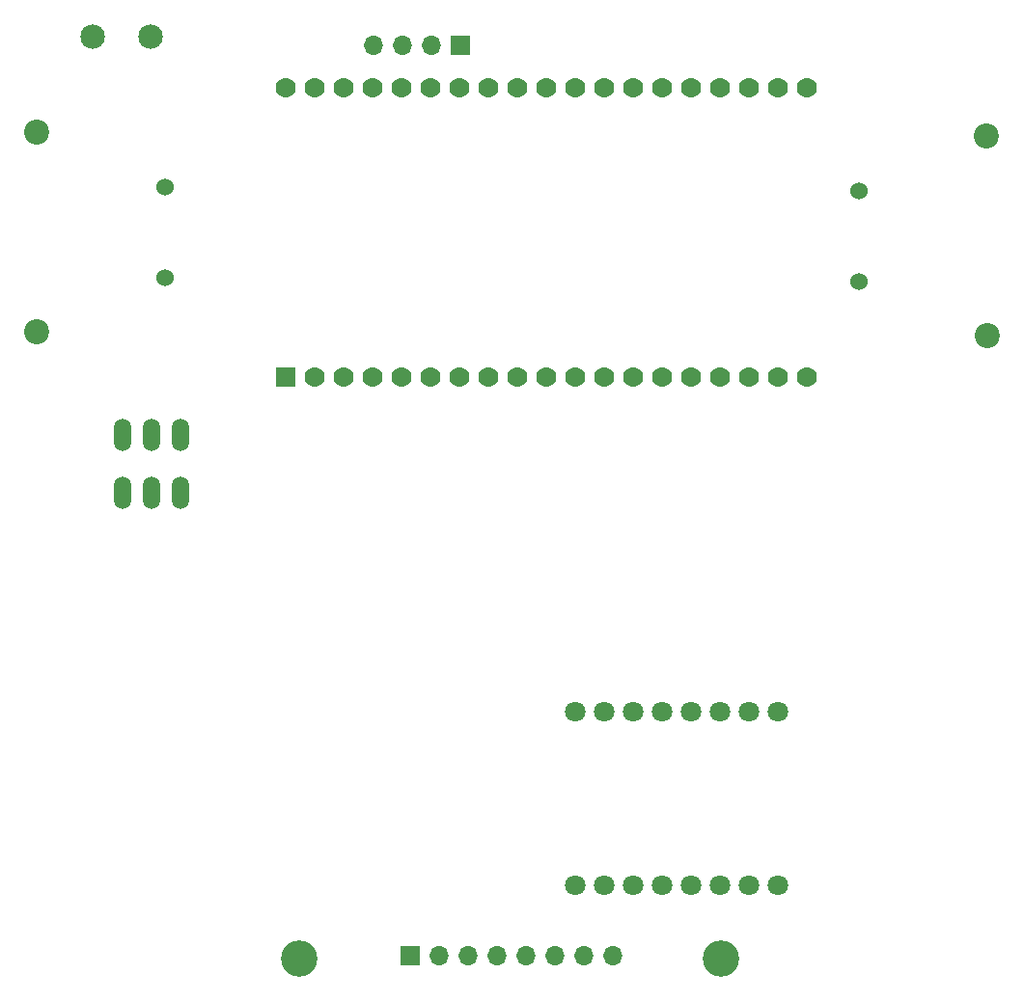
<source format=gbr>
%TF.GenerationSoftware,KiCad,Pcbnew,7.0.1*%
%TF.CreationDate,2023-10-29T13:19:35+05:30*%
%TF.ProjectId,MAZEBLAZE-V3,4d415a45-424c-4415-9a45-2d56332e6b69,rev?*%
%TF.SameCoordinates,Original*%
%TF.FileFunction,Soldermask,Bot*%
%TF.FilePolarity,Negative*%
%FSLAX46Y46*%
G04 Gerber Fmt 4.6, Leading zero omitted, Abs format (unit mm)*
G04 Created by KiCad (PCBNEW 7.0.1) date 2023-10-29 13:19:35*
%MOMM*%
%LPD*%
G01*
G04 APERTURE LIST*
G04 Aperture macros list*
%AMRoundRect*
0 Rectangle with rounded corners*
0 $1 Rounding radius*
0 $2 $3 $4 $5 $6 $7 $8 $9 X,Y pos of 4 corners*
0 Add a 4 corners polygon primitive as box body*
4,1,4,$2,$3,$4,$5,$6,$7,$8,$9,$2,$3,0*
0 Add four circle primitives for the rounded corners*
1,1,$1+$1,$2,$3*
1,1,$1+$1,$4,$5*
1,1,$1+$1,$6,$7*
1,1,$1+$1,$8,$9*
0 Add four rect primitives between the rounded corners*
20,1,$1+$1,$2,$3,$4,$5,0*
20,1,$1+$1,$4,$5,$6,$7,0*
20,1,$1+$1,$6,$7,$8,$9,0*
20,1,$1+$1,$8,$9,$2,$3,0*%
G04 Aperture macros list end*
%ADD10C,1.524000*%
%ADD11R,1.700000X1.700000*%
%ADD12O,1.700000X1.700000*%
%ADD13C,1.800000*%
%ADD14O,1.524000X2.844800*%
%ADD15C,2.200000*%
%ADD16C,3.200000*%
%ADD17C,2.153200*%
%ADD18RoundRect,0.102000X0.780000X-0.780000X0.780000X0.780000X-0.780000X0.780000X-0.780000X-0.780000X0*%
%ADD19C,1.764000*%
G04 APERTURE END LIST*
D10*
%TO.C,M2*%
X156740000Y-67970000D03*
X156740000Y-59970000D03*
%TD*%
D11*
%TO.C,J5*%
X117350000Y-127140000D03*
D12*
X119890000Y-127140000D03*
X122430000Y-127140000D03*
X124970000Y-127140000D03*
X127510000Y-127140000D03*
X130050000Y-127140000D03*
X132590000Y-127140000D03*
X135130000Y-127140000D03*
%TD*%
D11*
%TO.C,J2*%
X121770000Y-47200000D03*
D12*
X119230000Y-47200000D03*
X116690000Y-47200000D03*
X114150000Y-47200000D03*
%TD*%
D13*
%TO.C,U2*%
X131860000Y-120970000D03*
X134400000Y-120970000D03*
X136940000Y-120970000D03*
X139480000Y-120970000D03*
X142020000Y-120970000D03*
X144560000Y-120970000D03*
X147100000Y-120970000D03*
X149640000Y-120970000D03*
X149640000Y-105730000D03*
X147100000Y-105730000D03*
X144560000Y-105730000D03*
X142020000Y-105730000D03*
X139480000Y-105730000D03*
X136940000Y-105730000D03*
X134400000Y-105730000D03*
X131860000Y-105730000D03*
%TD*%
D14*
%TO.C,12V_SW1*%
X92150000Y-81460000D03*
X94690000Y-81460000D03*
X97230000Y-81460000D03*
X92150000Y-86540000D03*
X94690000Y-86540000D03*
X97230000Y-86540000D03*
%TD*%
D15*
%TO.C,H4*%
X84610000Y-54840000D03*
%TD*%
D10*
%TO.C,M1*%
X95834540Y-59631920D03*
X95834540Y-67631920D03*
%TD*%
D16*
%TO.C,H2*%
X144650000Y-127370000D03*
%TD*%
D15*
%TO.C,H3*%
X84610000Y-72400000D03*
%TD*%
D17*
%TO.C,J1*%
X89540000Y-46430000D03*
X94540000Y-46430000D03*
%TD*%
D15*
%TO.C,H2*%
X167979780Y-72727920D03*
%TD*%
D16*
%TO.C,H5*%
X107650000Y-127428936D03*
%TD*%
D18*
%TO.C,U3*%
X106410000Y-76340000D03*
D19*
X108950000Y-76340000D03*
X111490000Y-76340000D03*
X114030000Y-76340000D03*
X116570000Y-76340000D03*
X119110000Y-76340000D03*
X121650000Y-76340000D03*
X124190000Y-76340000D03*
X126730000Y-76340000D03*
X129270000Y-76340000D03*
X131810000Y-76340000D03*
X134350000Y-76340000D03*
X136890000Y-76340000D03*
X139430000Y-76340000D03*
X141970000Y-76340000D03*
X144510000Y-76340000D03*
X147050000Y-76340000D03*
X149590000Y-76340000D03*
X152130000Y-76340000D03*
X106410000Y-50940000D03*
X108950000Y-50940000D03*
X111490000Y-50940000D03*
X114030000Y-50940000D03*
X116570000Y-50940000D03*
X119110000Y-50940000D03*
X121650000Y-50940000D03*
X124190000Y-50940000D03*
X126730000Y-50940000D03*
X129270000Y-50940000D03*
X131810000Y-50940000D03*
X134350000Y-50940000D03*
X136890000Y-50940000D03*
X139430000Y-50940000D03*
X141970000Y-50940000D03*
X144510000Y-50940000D03*
X147050000Y-50940000D03*
X149590000Y-50940000D03*
X152130000Y-50940000D03*
%TD*%
D15*
%TO.C,H1*%
X167940000Y-55190000D03*
%TD*%
M02*

</source>
